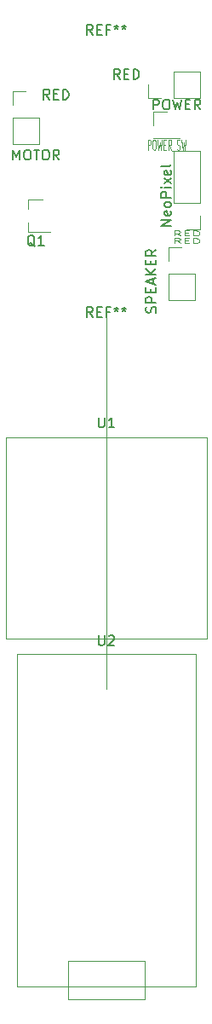
<source format=gbr>
G04 #@! TF.GenerationSoftware,KiCad,Pcbnew,5.1.2-f72e74a~84~ubuntu18.04.1*
G04 #@! TF.CreationDate,2019-08-23T19:05:58+08:00*
G04 #@! TF.ProjectId,handyfan,68616e64-7966-4616-9e2e-6b696361645f,rev?*
G04 #@! TF.SameCoordinates,Original*
G04 #@! TF.FileFunction,Legend,Top*
G04 #@! TF.FilePolarity,Positive*
%FSLAX46Y46*%
G04 Gerber Fmt 4.6, Leading zero omitted, Abs format (unit mm)*
G04 Created by KiCad (PCBNEW 5.1.2-f72e74a~84~ubuntu18.04.1) date 2019-08-23 19:05:58*
%MOMM*%
%LPD*%
G04 APERTURE LIST*
%ADD10C,0.125000*%
%ADD11C,0.150000*%
%ADD12C,0.120000*%
G04 APERTURE END LIST*
D10*
X107357142Y-83726190D02*
X107023809Y-83488095D01*
X106785714Y-83726190D02*
X106785714Y-83226190D01*
X107166666Y-83226190D01*
X107261904Y-83250000D01*
X107309523Y-83273809D01*
X107357142Y-83321428D01*
X107357142Y-83392857D01*
X107309523Y-83440476D01*
X107261904Y-83464285D01*
X107166666Y-83488095D01*
X106785714Y-83488095D01*
X107785714Y-83464285D02*
X108119047Y-83464285D01*
X108261904Y-83726190D02*
X107785714Y-83726190D01*
X107785714Y-83226190D01*
X108261904Y-83226190D01*
X108690476Y-83726190D02*
X108690476Y-83226190D01*
X108928571Y-83226190D01*
X109071428Y-83250000D01*
X109166666Y-83297619D01*
X109214285Y-83345238D01*
X109261904Y-83440476D01*
X109261904Y-83511904D01*
X109214285Y-83607142D01*
X109166666Y-83654761D01*
X109071428Y-83702380D01*
X108928571Y-83726190D01*
X108690476Y-83726190D01*
X107357142Y-82976190D02*
X107023809Y-82738095D01*
X106785714Y-82976190D02*
X106785714Y-82476190D01*
X107166666Y-82476190D01*
X107261904Y-82500000D01*
X107309523Y-82523809D01*
X107357142Y-82571428D01*
X107357142Y-82642857D01*
X107309523Y-82690476D01*
X107261904Y-82714285D01*
X107166666Y-82738095D01*
X106785714Y-82738095D01*
X107785714Y-82714285D02*
X108119047Y-82714285D01*
X108261904Y-82976190D02*
X107785714Y-82976190D01*
X107785714Y-82476190D01*
X108261904Y-82476190D01*
X108690476Y-82976190D02*
X108690476Y-82476190D01*
X108928571Y-82476190D01*
X109071428Y-82500000D01*
X109166666Y-82547619D01*
X109214285Y-82595238D01*
X109261904Y-82690476D01*
X109261904Y-82761904D01*
X109214285Y-82857142D01*
X109166666Y-82904761D01*
X109071428Y-82952380D01*
X108928571Y-82976190D01*
X108690476Y-82976190D01*
D11*
X101357142Y-67452380D02*
X101023809Y-66976190D01*
X100785714Y-67452380D02*
X100785714Y-66452380D01*
X101166666Y-66452380D01*
X101261904Y-66500000D01*
X101309523Y-66547619D01*
X101357142Y-66642857D01*
X101357142Y-66785714D01*
X101309523Y-66880952D01*
X101261904Y-66928571D01*
X101166666Y-66976190D01*
X100785714Y-66976190D01*
X101785714Y-66928571D02*
X102119047Y-66928571D01*
X102261904Y-67452380D02*
X101785714Y-67452380D01*
X101785714Y-66452380D01*
X102261904Y-66452380D01*
X102690476Y-67452380D02*
X102690476Y-66452380D01*
X102928571Y-66452380D01*
X103071428Y-66500000D01*
X103166666Y-66595238D01*
X103214285Y-66690476D01*
X103261904Y-66880952D01*
X103261904Y-67023809D01*
X103214285Y-67214285D01*
X103166666Y-67309523D01*
X103071428Y-67404761D01*
X102928571Y-67452380D01*
X102690476Y-67452380D01*
X94357142Y-69452380D02*
X94023809Y-68976190D01*
X93785714Y-69452380D02*
X93785714Y-68452380D01*
X94166666Y-68452380D01*
X94261904Y-68500000D01*
X94309523Y-68547619D01*
X94357142Y-68642857D01*
X94357142Y-68785714D01*
X94309523Y-68880952D01*
X94261904Y-68928571D01*
X94166666Y-68976190D01*
X93785714Y-68976190D01*
X94785714Y-68928571D02*
X95119047Y-68928571D01*
X95261904Y-69452380D02*
X94785714Y-69452380D01*
X94785714Y-68452380D01*
X95261904Y-68452380D01*
X95690476Y-69452380D02*
X95690476Y-68452380D01*
X95928571Y-68452380D01*
X96071428Y-68500000D01*
X96166666Y-68595238D01*
X96214285Y-68690476D01*
X96261904Y-68880952D01*
X96261904Y-69023809D01*
X96214285Y-69214285D01*
X96166666Y-69309523D01*
X96071428Y-69404761D01*
X95928571Y-69452380D01*
X95690476Y-69452380D01*
D12*
X100000000Y-90000000D02*
X100000000Y-128000000D01*
X91110000Y-157510000D02*
X91110000Y-124490000D01*
X91110000Y-124490000D02*
X108890000Y-124490000D01*
X108890000Y-124490000D02*
X108890000Y-157510000D01*
X108890000Y-157510000D02*
X91110000Y-157510000D01*
X103810000Y-158780000D02*
X103810000Y-154970000D01*
X103810000Y-154970000D02*
X96190000Y-154970000D01*
X96190000Y-154970000D02*
X96190000Y-158780000D01*
X96190000Y-158780000D02*
X103810000Y-158780000D01*
X104670000Y-73330000D02*
X107330000Y-73330000D01*
X104670000Y-73270000D02*
X104670000Y-73330000D01*
X107330000Y-73270000D02*
X107330000Y-73330000D01*
X104670000Y-73270000D02*
X107330000Y-73270000D01*
X104670000Y-72000000D02*
X104670000Y-70670000D01*
X104670000Y-70670000D02*
X106000000Y-70670000D01*
X109330000Y-69330000D02*
X109330000Y-66670000D01*
X106730000Y-69330000D02*
X109330000Y-69330000D01*
X106730000Y-66670000D02*
X109330000Y-66670000D01*
X106730000Y-69330000D02*
X106730000Y-66670000D01*
X105460000Y-69330000D02*
X104130000Y-69330000D01*
X104130000Y-69330000D02*
X104130000Y-68000000D01*
X90670000Y-73870000D02*
X93330000Y-73870000D01*
X90670000Y-71270000D02*
X90670000Y-73870000D01*
X93330000Y-71270000D02*
X93330000Y-73870000D01*
X90670000Y-71270000D02*
X93330000Y-71270000D01*
X90670000Y-70000000D02*
X90670000Y-68670000D01*
X90670000Y-68670000D02*
X92000000Y-68670000D01*
X106170000Y-84170000D02*
X107500000Y-84170000D01*
X106170000Y-85500000D02*
X106170000Y-84170000D01*
X106170000Y-86770000D02*
X108830000Y-86770000D01*
X108830000Y-86770000D02*
X108830000Y-89370000D01*
X106170000Y-86770000D02*
X106170000Y-89370000D01*
X106170000Y-89370000D02*
X108830000Y-89370000D01*
X109330000Y-74590000D02*
X106670000Y-74590000D01*
X109330000Y-79730000D02*
X109330000Y-74590000D01*
X106670000Y-79730000D02*
X106670000Y-74590000D01*
X109330000Y-79730000D02*
X106670000Y-79730000D01*
X109330000Y-81000000D02*
X109330000Y-82330000D01*
X109330000Y-82330000D02*
X108000000Y-82330000D01*
X90000000Y-113000000D02*
X90000000Y-103000000D01*
X90000000Y-103000000D02*
X110000000Y-103000000D01*
X110000000Y-103000000D02*
X110000000Y-123000000D01*
X110000000Y-123000000D02*
X90000000Y-123000000D01*
X90000000Y-123000000D02*
X90000000Y-113000000D01*
X92240000Y-79420000D02*
X92240000Y-80350000D01*
X92240000Y-82580000D02*
X92240000Y-81650000D01*
X92240000Y-82580000D02*
X94400000Y-82580000D01*
X92240000Y-79420000D02*
X93700000Y-79420000D01*
D11*
X99238095Y-122672380D02*
X99238095Y-123481904D01*
X99285714Y-123577142D01*
X99333333Y-123624761D01*
X99428571Y-123672380D01*
X99619047Y-123672380D01*
X99714285Y-123624761D01*
X99761904Y-123577142D01*
X99809523Y-123481904D01*
X99809523Y-122672380D01*
X100238095Y-122767619D02*
X100285714Y-122720000D01*
X100380952Y-122672380D01*
X100619047Y-122672380D01*
X100714285Y-122720000D01*
X100761904Y-122767619D01*
X100809523Y-122862857D01*
X100809523Y-122958095D01*
X100761904Y-123100952D01*
X100190476Y-123672380D01*
X100809523Y-123672380D01*
X98666666Y-63052380D02*
X98333333Y-62576190D01*
X98095238Y-63052380D02*
X98095238Y-62052380D01*
X98476190Y-62052380D01*
X98571428Y-62100000D01*
X98619047Y-62147619D01*
X98666666Y-62242857D01*
X98666666Y-62385714D01*
X98619047Y-62480952D01*
X98571428Y-62528571D01*
X98476190Y-62576190D01*
X98095238Y-62576190D01*
X99095238Y-62528571D02*
X99428571Y-62528571D01*
X99571428Y-63052380D02*
X99095238Y-63052380D01*
X99095238Y-62052380D01*
X99571428Y-62052380D01*
X100333333Y-62528571D02*
X100000000Y-62528571D01*
X100000000Y-63052380D02*
X100000000Y-62052380D01*
X100476190Y-62052380D01*
X101000000Y-62052380D02*
X101000000Y-62290476D01*
X100761904Y-62195238D02*
X101000000Y-62290476D01*
X101238095Y-62195238D01*
X100857142Y-62480952D02*
X101000000Y-62290476D01*
X101142857Y-62480952D01*
X101761904Y-62052380D02*
X101761904Y-62290476D01*
X101523809Y-62195238D02*
X101761904Y-62290476D01*
X102000000Y-62195238D01*
X101619047Y-62480952D02*
X101761904Y-62290476D01*
X101904761Y-62480952D01*
X98666666Y-91052380D02*
X98333333Y-90576190D01*
X98095238Y-91052380D02*
X98095238Y-90052380D01*
X98476190Y-90052380D01*
X98571428Y-90100000D01*
X98619047Y-90147619D01*
X98666666Y-90242857D01*
X98666666Y-90385714D01*
X98619047Y-90480952D01*
X98571428Y-90528571D01*
X98476190Y-90576190D01*
X98095238Y-90576190D01*
X99095238Y-90528571D02*
X99428571Y-90528571D01*
X99571428Y-91052380D02*
X99095238Y-91052380D01*
X99095238Y-90052380D01*
X99571428Y-90052380D01*
X100333333Y-90528571D02*
X100000000Y-90528571D01*
X100000000Y-91052380D02*
X100000000Y-90052380D01*
X100476190Y-90052380D01*
X101000000Y-90052380D02*
X101000000Y-90290476D01*
X100761904Y-90195238D02*
X101000000Y-90290476D01*
X101238095Y-90195238D01*
X100857142Y-90480952D02*
X101000000Y-90290476D01*
X101142857Y-90480952D01*
X101761904Y-90052380D02*
X101761904Y-90290476D01*
X101523809Y-90195238D02*
X101761904Y-90290476D01*
X102000000Y-90195238D01*
X101619047Y-90480952D02*
X101761904Y-90290476D01*
X101904761Y-90480952D01*
D10*
X104130952Y-74452380D02*
X104130952Y-73452380D01*
X104321428Y-73452380D01*
X104369047Y-73500000D01*
X104392857Y-73547619D01*
X104416666Y-73642857D01*
X104416666Y-73785714D01*
X104392857Y-73880952D01*
X104369047Y-73928571D01*
X104321428Y-73976190D01*
X104130952Y-73976190D01*
X104726190Y-73452380D02*
X104821428Y-73452380D01*
X104869047Y-73500000D01*
X104916666Y-73595238D01*
X104940476Y-73785714D01*
X104940476Y-74119047D01*
X104916666Y-74309523D01*
X104869047Y-74404761D01*
X104821428Y-74452380D01*
X104726190Y-74452380D01*
X104678571Y-74404761D01*
X104630952Y-74309523D01*
X104607142Y-74119047D01*
X104607142Y-73785714D01*
X104630952Y-73595238D01*
X104678571Y-73500000D01*
X104726190Y-73452380D01*
X105107142Y-73452380D02*
X105226190Y-74452380D01*
X105321428Y-73738095D01*
X105416666Y-74452380D01*
X105535714Y-73452380D01*
X105726190Y-73928571D02*
X105892857Y-73928571D01*
X105964285Y-74452380D02*
X105726190Y-74452380D01*
X105726190Y-73452380D01*
X105964285Y-73452380D01*
X106464285Y-74452380D02*
X106297619Y-73976190D01*
X106178571Y-74452380D02*
X106178571Y-73452380D01*
X106369047Y-73452380D01*
X106416666Y-73500000D01*
X106440476Y-73547619D01*
X106464285Y-73642857D01*
X106464285Y-73785714D01*
X106440476Y-73880952D01*
X106416666Y-73928571D01*
X106369047Y-73976190D01*
X106178571Y-73976190D01*
X106559523Y-74547619D02*
X106940476Y-74547619D01*
X107035714Y-74404761D02*
X107107142Y-74452380D01*
X107226190Y-74452380D01*
X107273809Y-74404761D01*
X107297619Y-74357142D01*
X107321428Y-74261904D01*
X107321428Y-74166666D01*
X107297619Y-74071428D01*
X107273809Y-74023809D01*
X107226190Y-73976190D01*
X107130952Y-73928571D01*
X107083333Y-73880952D01*
X107059523Y-73833333D01*
X107035714Y-73738095D01*
X107035714Y-73642857D01*
X107059523Y-73547619D01*
X107083333Y-73500000D01*
X107130952Y-73452380D01*
X107250000Y-73452380D01*
X107321428Y-73500000D01*
X107488095Y-73452380D02*
X107607142Y-74452380D01*
X107702380Y-73738095D01*
X107797619Y-74452380D01*
X107916666Y-73452380D01*
D11*
X104690476Y-70452380D02*
X104690476Y-69452380D01*
X105071428Y-69452380D01*
X105166666Y-69500000D01*
X105214285Y-69547619D01*
X105261904Y-69642857D01*
X105261904Y-69785714D01*
X105214285Y-69880952D01*
X105166666Y-69928571D01*
X105071428Y-69976190D01*
X104690476Y-69976190D01*
X105880952Y-69452380D02*
X106071428Y-69452380D01*
X106166666Y-69500000D01*
X106261904Y-69595238D01*
X106309523Y-69785714D01*
X106309523Y-70119047D01*
X106261904Y-70309523D01*
X106166666Y-70404761D01*
X106071428Y-70452380D01*
X105880952Y-70452380D01*
X105785714Y-70404761D01*
X105690476Y-70309523D01*
X105642857Y-70119047D01*
X105642857Y-69785714D01*
X105690476Y-69595238D01*
X105785714Y-69500000D01*
X105880952Y-69452380D01*
X106642857Y-69452380D02*
X106880952Y-70452380D01*
X107071428Y-69738095D01*
X107261904Y-70452380D01*
X107500000Y-69452380D01*
X107880952Y-69928571D02*
X108214285Y-69928571D01*
X108357142Y-70452380D02*
X107880952Y-70452380D01*
X107880952Y-69452380D01*
X108357142Y-69452380D01*
X109357142Y-70452380D02*
X109023809Y-69976190D01*
X108785714Y-70452380D02*
X108785714Y-69452380D01*
X109166666Y-69452380D01*
X109261904Y-69500000D01*
X109309523Y-69547619D01*
X109357142Y-69642857D01*
X109357142Y-69785714D01*
X109309523Y-69880952D01*
X109261904Y-69928571D01*
X109166666Y-69976190D01*
X108785714Y-69976190D01*
X90738095Y-75452380D02*
X90738095Y-74452380D01*
X91071428Y-75166666D01*
X91404761Y-74452380D01*
X91404761Y-75452380D01*
X92071428Y-74452380D02*
X92261904Y-74452380D01*
X92357142Y-74500000D01*
X92452380Y-74595238D01*
X92500000Y-74785714D01*
X92500000Y-75119047D01*
X92452380Y-75309523D01*
X92357142Y-75404761D01*
X92261904Y-75452380D01*
X92071428Y-75452380D01*
X91976190Y-75404761D01*
X91880952Y-75309523D01*
X91833333Y-75119047D01*
X91833333Y-74785714D01*
X91880952Y-74595238D01*
X91976190Y-74500000D01*
X92071428Y-74452380D01*
X92785714Y-74452380D02*
X93357142Y-74452380D01*
X93071428Y-75452380D02*
X93071428Y-74452380D01*
X93880952Y-74452380D02*
X94071428Y-74452380D01*
X94166666Y-74500000D01*
X94261904Y-74595238D01*
X94309523Y-74785714D01*
X94309523Y-75119047D01*
X94261904Y-75309523D01*
X94166666Y-75404761D01*
X94071428Y-75452380D01*
X93880952Y-75452380D01*
X93785714Y-75404761D01*
X93690476Y-75309523D01*
X93642857Y-75119047D01*
X93642857Y-74785714D01*
X93690476Y-74595238D01*
X93785714Y-74500000D01*
X93880952Y-74452380D01*
X95309523Y-75452380D02*
X94976190Y-74976190D01*
X94738095Y-75452380D02*
X94738095Y-74452380D01*
X95119047Y-74452380D01*
X95214285Y-74500000D01*
X95261904Y-74547619D01*
X95309523Y-74642857D01*
X95309523Y-74785714D01*
X95261904Y-74880952D01*
X95214285Y-74928571D01*
X95119047Y-74976190D01*
X94738095Y-74976190D01*
X104904761Y-90619047D02*
X104952380Y-90476190D01*
X104952380Y-90238095D01*
X104904761Y-90142857D01*
X104857142Y-90095238D01*
X104761904Y-90047619D01*
X104666666Y-90047619D01*
X104571428Y-90095238D01*
X104523809Y-90142857D01*
X104476190Y-90238095D01*
X104428571Y-90428571D01*
X104380952Y-90523809D01*
X104333333Y-90571428D01*
X104238095Y-90619047D01*
X104142857Y-90619047D01*
X104047619Y-90571428D01*
X104000000Y-90523809D01*
X103952380Y-90428571D01*
X103952380Y-90190476D01*
X104000000Y-90047619D01*
X104952380Y-89619047D02*
X103952380Y-89619047D01*
X103952380Y-89238095D01*
X104000000Y-89142857D01*
X104047619Y-89095238D01*
X104142857Y-89047619D01*
X104285714Y-89047619D01*
X104380952Y-89095238D01*
X104428571Y-89142857D01*
X104476190Y-89238095D01*
X104476190Y-89619047D01*
X104428571Y-88619047D02*
X104428571Y-88285714D01*
X104952380Y-88142857D02*
X104952380Y-88619047D01*
X103952380Y-88619047D01*
X103952380Y-88142857D01*
X104666666Y-87761904D02*
X104666666Y-87285714D01*
X104952380Y-87857142D02*
X103952380Y-87523809D01*
X104952380Y-87190476D01*
X104952380Y-86857142D02*
X103952380Y-86857142D01*
X104952380Y-86285714D02*
X104380952Y-86714285D01*
X103952380Y-86285714D02*
X104523809Y-86857142D01*
X104428571Y-85857142D02*
X104428571Y-85523809D01*
X104952380Y-85380952D02*
X104952380Y-85857142D01*
X103952380Y-85857142D01*
X103952380Y-85380952D01*
X104952380Y-84380952D02*
X104476190Y-84714285D01*
X104952380Y-84952380D02*
X103952380Y-84952380D01*
X103952380Y-84571428D01*
X104000000Y-84476190D01*
X104047619Y-84428571D01*
X104142857Y-84380952D01*
X104285714Y-84380952D01*
X104380952Y-84428571D01*
X104428571Y-84476190D01*
X104476190Y-84571428D01*
X104476190Y-84952380D01*
X106452380Y-82000000D02*
X105452380Y-82000000D01*
X106452380Y-81428571D01*
X105452380Y-81428571D01*
X106404761Y-80571428D02*
X106452380Y-80666666D01*
X106452380Y-80857142D01*
X106404761Y-80952380D01*
X106309523Y-81000000D01*
X105928571Y-81000000D01*
X105833333Y-80952380D01*
X105785714Y-80857142D01*
X105785714Y-80666666D01*
X105833333Y-80571428D01*
X105928571Y-80523809D01*
X106023809Y-80523809D01*
X106119047Y-81000000D01*
X106452380Y-79952380D02*
X106404761Y-80047619D01*
X106357142Y-80095238D01*
X106261904Y-80142857D01*
X105976190Y-80142857D01*
X105880952Y-80095238D01*
X105833333Y-80047619D01*
X105785714Y-79952380D01*
X105785714Y-79809523D01*
X105833333Y-79714285D01*
X105880952Y-79666666D01*
X105976190Y-79619047D01*
X106261904Y-79619047D01*
X106357142Y-79666666D01*
X106404761Y-79714285D01*
X106452380Y-79809523D01*
X106452380Y-79952380D01*
X106452380Y-79190476D02*
X105452380Y-79190476D01*
X105452380Y-78809523D01*
X105500000Y-78714285D01*
X105547619Y-78666666D01*
X105642857Y-78619047D01*
X105785714Y-78619047D01*
X105880952Y-78666666D01*
X105928571Y-78714285D01*
X105976190Y-78809523D01*
X105976190Y-79190476D01*
X106452380Y-78190476D02*
X105785714Y-78190476D01*
X105452380Y-78190476D02*
X105500000Y-78238095D01*
X105547619Y-78190476D01*
X105500000Y-78142857D01*
X105452380Y-78190476D01*
X105547619Y-78190476D01*
X106452380Y-77809523D02*
X105785714Y-77285714D01*
X105785714Y-77809523D02*
X106452380Y-77285714D01*
X106404761Y-76523809D02*
X106452380Y-76619047D01*
X106452380Y-76809523D01*
X106404761Y-76904761D01*
X106309523Y-76952380D01*
X105928571Y-76952380D01*
X105833333Y-76904761D01*
X105785714Y-76809523D01*
X105785714Y-76619047D01*
X105833333Y-76523809D01*
X105928571Y-76476190D01*
X106023809Y-76476190D01*
X106119047Y-76952380D01*
X106452380Y-75904761D02*
X106404761Y-76000000D01*
X106309523Y-76047619D01*
X105452380Y-76047619D01*
X99238095Y-101022380D02*
X99238095Y-101831904D01*
X99285714Y-101927142D01*
X99333333Y-101974761D01*
X99428571Y-102022380D01*
X99619047Y-102022380D01*
X99714285Y-101974761D01*
X99761904Y-101927142D01*
X99809523Y-101831904D01*
X99809523Y-101022380D01*
X100809523Y-102022380D02*
X100238095Y-102022380D01*
X100523809Y-102022380D02*
X100523809Y-101022380D01*
X100428571Y-101165238D01*
X100333333Y-101260476D01*
X100238095Y-101308095D01*
X92904761Y-84047619D02*
X92809523Y-84000000D01*
X92714285Y-83904761D01*
X92571428Y-83761904D01*
X92476190Y-83714285D01*
X92380952Y-83714285D01*
X92428571Y-83952380D02*
X92333333Y-83904761D01*
X92238095Y-83809523D01*
X92190476Y-83619047D01*
X92190476Y-83285714D01*
X92238095Y-83095238D01*
X92333333Y-83000000D01*
X92428571Y-82952380D01*
X92619047Y-82952380D01*
X92714285Y-83000000D01*
X92809523Y-83095238D01*
X92857142Y-83285714D01*
X92857142Y-83619047D01*
X92809523Y-83809523D01*
X92714285Y-83904761D01*
X92619047Y-83952380D01*
X92428571Y-83952380D01*
X93809523Y-83952380D02*
X93238095Y-83952380D01*
X93523809Y-83952380D02*
X93523809Y-82952380D01*
X93428571Y-83095238D01*
X93333333Y-83190476D01*
X93238095Y-83238095D01*
M02*

</source>
